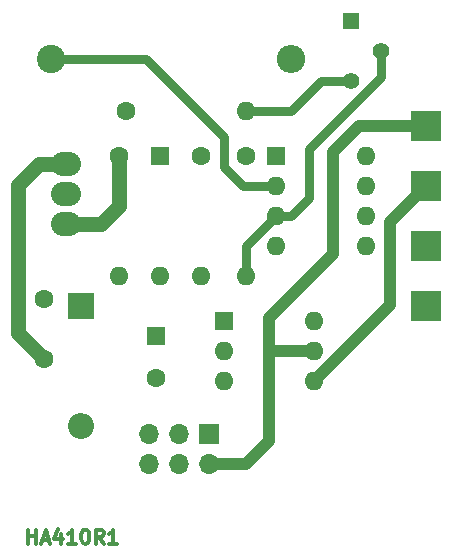
<source format=gbr>
G04 #@! TF.FileFunction,Copper,L1,Top,Signal*
%FSLAX46Y46*%
G04 Gerber Fmt 4.6, Leading zero omitted, Abs format (unit mm)*
G04 Created by KiCad (PCBNEW 4.0.5) date 03/07/17 03:27:53*
%MOMM*%
%LPD*%
G01*
G04 APERTURE LIST*
%ADD10C,0.100000*%
%ADD11C,0.300000*%
%ADD12R,2.200000X2.200000*%
%ADD13O,2.200000X2.200000*%
%ADD14R,1.600000X1.600000*%
%ADD15C,1.600000*%
%ADD16R,1.700000X1.700000*%
%ADD17O,1.700000X1.700000*%
%ADD18O,2.540000X2.032000*%
%ADD19O,1.600000X1.600000*%
%ADD20R,2.499360X2.499360*%
%ADD21R,1.400000X1.400000*%
%ADD22C,1.400000*%
%ADD23C,2.400000*%
%ADD24O,2.400000X2.400000*%
%ADD25C,1.270000*%
%ADD26C,1.016000*%
%ADD27C,0.762000*%
G04 APERTURE END LIST*
D10*
D11*
X131385143Y-125510857D02*
X131385143Y-124310857D01*
X131385143Y-124882286D02*
X132070858Y-124882286D01*
X132070858Y-125510857D02*
X132070858Y-124310857D01*
X132585143Y-125168000D02*
X133156572Y-125168000D01*
X132470858Y-125510857D02*
X132870858Y-124310857D01*
X133270858Y-125510857D01*
X134185143Y-124710857D02*
X134185143Y-125510857D01*
X133899429Y-124253714D02*
X133613714Y-125110857D01*
X134356572Y-125110857D01*
X135442286Y-125510857D02*
X134756571Y-125510857D01*
X135099429Y-125510857D02*
X135099429Y-124310857D01*
X134985143Y-124482286D01*
X134870857Y-124596571D01*
X134756571Y-124653714D01*
X136185143Y-124310857D02*
X136299428Y-124310857D01*
X136413714Y-124368000D01*
X136470857Y-124425143D01*
X136528000Y-124539429D01*
X136585143Y-124768000D01*
X136585143Y-125053714D01*
X136528000Y-125282286D01*
X136470857Y-125396571D01*
X136413714Y-125453714D01*
X136299428Y-125510857D01*
X136185143Y-125510857D01*
X136070857Y-125453714D01*
X136013714Y-125396571D01*
X135956571Y-125282286D01*
X135899428Y-125053714D01*
X135899428Y-124768000D01*
X135956571Y-124539429D01*
X136013714Y-124425143D01*
X136070857Y-124368000D01*
X136185143Y-124310857D01*
X137785143Y-125510857D02*
X137385143Y-124939429D01*
X137099428Y-125510857D02*
X137099428Y-124310857D01*
X137556571Y-124310857D01*
X137670857Y-124368000D01*
X137728000Y-124425143D01*
X137785143Y-124539429D01*
X137785143Y-124710857D01*
X137728000Y-124825143D01*
X137670857Y-124882286D01*
X137556571Y-124939429D01*
X137099428Y-124939429D01*
X138928000Y-125510857D02*
X138242285Y-125510857D01*
X138585143Y-125510857D02*
X138585143Y-124310857D01*
X138470857Y-124482286D01*
X138356571Y-124596571D01*
X138242285Y-124653714D01*
D12*
X135890000Y-105410000D03*
D13*
X135890000Y-115570000D03*
D14*
X142240000Y-107950000D03*
D15*
X142240000Y-111450000D03*
D16*
X146685000Y-116205000D03*
D17*
X146685000Y-118745000D03*
X144145000Y-116205000D03*
X144145000Y-118745000D03*
X141605000Y-116205000D03*
X141605000Y-118745000D03*
D18*
X134620000Y-95885000D03*
X134620000Y-93345000D03*
X134620000Y-98425000D03*
D15*
X139065000Y-92710000D03*
D19*
X139065000Y-102870000D03*
D15*
X139700000Y-88900000D03*
D19*
X149860000Y-88900000D03*
D15*
X146050000Y-92710000D03*
D19*
X146050000Y-102870000D03*
D15*
X149860000Y-92710000D03*
D19*
X149860000Y-102870000D03*
D14*
X152400000Y-92710000D03*
D19*
X160020000Y-100330000D03*
X152400000Y-95250000D03*
X160020000Y-97790000D03*
X152400000Y-97790000D03*
X160020000Y-95250000D03*
X152400000Y-100330000D03*
X160020000Y-92710000D03*
D14*
X147955000Y-106680000D03*
D19*
X155575000Y-111760000D03*
X147955000Y-109220000D03*
X155575000Y-109220000D03*
X147955000Y-111760000D03*
X155575000Y-106680000D03*
D14*
X142557500Y-92710000D03*
D19*
X142557500Y-102870000D03*
D20*
X165100000Y-105410000D03*
X165100000Y-100330000D03*
X165100000Y-95250000D03*
X165100000Y-90170000D03*
D15*
X132715000Y-109855000D03*
X132715000Y-104775000D03*
D21*
X158750000Y-81280000D03*
D22*
X158750000Y-86360000D03*
X161290000Y-83820000D03*
D23*
X133350000Y-84455000D03*
D24*
X153670000Y-84455000D03*
D25*
X134620000Y-98425000D02*
X137541000Y-98425000D01*
X139065000Y-96901000D02*
X139065000Y-92710000D01*
X137541000Y-98425000D02*
X139065000Y-96901000D01*
D26*
X155575000Y-111760000D02*
X162052000Y-105283000D01*
X162052000Y-98298000D02*
X165100000Y-95250000D01*
X162052000Y-105283000D02*
X162052000Y-98298000D01*
X151765000Y-106426000D02*
X157226000Y-100965000D01*
X165100000Y-90170000D02*
X159385000Y-90170000D01*
X151765000Y-106426000D02*
X151765000Y-109220000D01*
X157226000Y-92329000D02*
X159385000Y-90170000D01*
X157226000Y-100965000D02*
X157226000Y-92329000D01*
X155575000Y-109220000D02*
X151765000Y-109220000D01*
X151765000Y-109220000D02*
X151765000Y-116840000D01*
X146685000Y-118745000D02*
X149860000Y-118745000D01*
X149860000Y-118745000D02*
X151765000Y-116840000D01*
D27*
X147955000Y-93599000D02*
X147955000Y-91059000D01*
X149606000Y-95250000D02*
X147955000Y-93599000D01*
X152400000Y-95250000D02*
X149606000Y-95250000D01*
X141351000Y-84455000D02*
X133350000Y-84455000D01*
X147955000Y-91059000D02*
X141351000Y-84455000D01*
X155194000Y-92075000D02*
X155194000Y-96266000D01*
X161290000Y-83820000D02*
X161290000Y-85979000D01*
X155194000Y-92075000D02*
X161290000Y-85979000D01*
X153670000Y-97790000D02*
X155194000Y-96266000D01*
X153670000Y-97790000D02*
X152400000Y-97790000D01*
X149860000Y-102870000D02*
X149860000Y-100330000D01*
X149860000Y-100330000D02*
X152400000Y-97790000D01*
X158750000Y-86360000D02*
X156210000Y-86360000D01*
X153670000Y-88900000D02*
X149860000Y-88900000D01*
X156210000Y-86360000D02*
X153670000Y-88900000D01*
D25*
X132715000Y-109855000D02*
X130556000Y-107696000D01*
X132334000Y-93345000D02*
X134620000Y-93345000D01*
X130556000Y-95123000D02*
X132334000Y-93345000D01*
X130556000Y-107696000D02*
X130556000Y-95123000D01*
M02*

</source>
